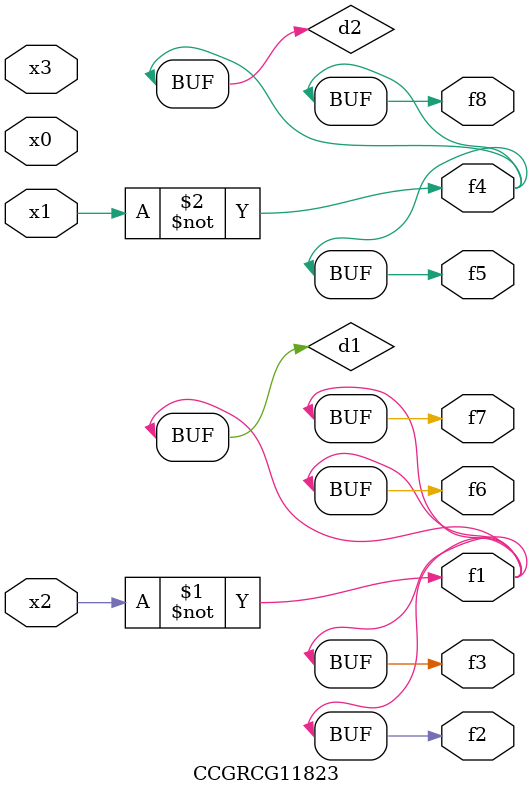
<source format=v>
module CCGRCG11823(
	input x0, x1, x2, x3,
	output f1, f2, f3, f4, f5, f6, f7, f8
);

	wire d1, d2;

	xnor (d1, x2);
	not (d2, x1);
	assign f1 = d1;
	assign f2 = d1;
	assign f3 = d1;
	assign f4 = d2;
	assign f5 = d2;
	assign f6 = d1;
	assign f7 = d1;
	assign f8 = d2;
endmodule

</source>
